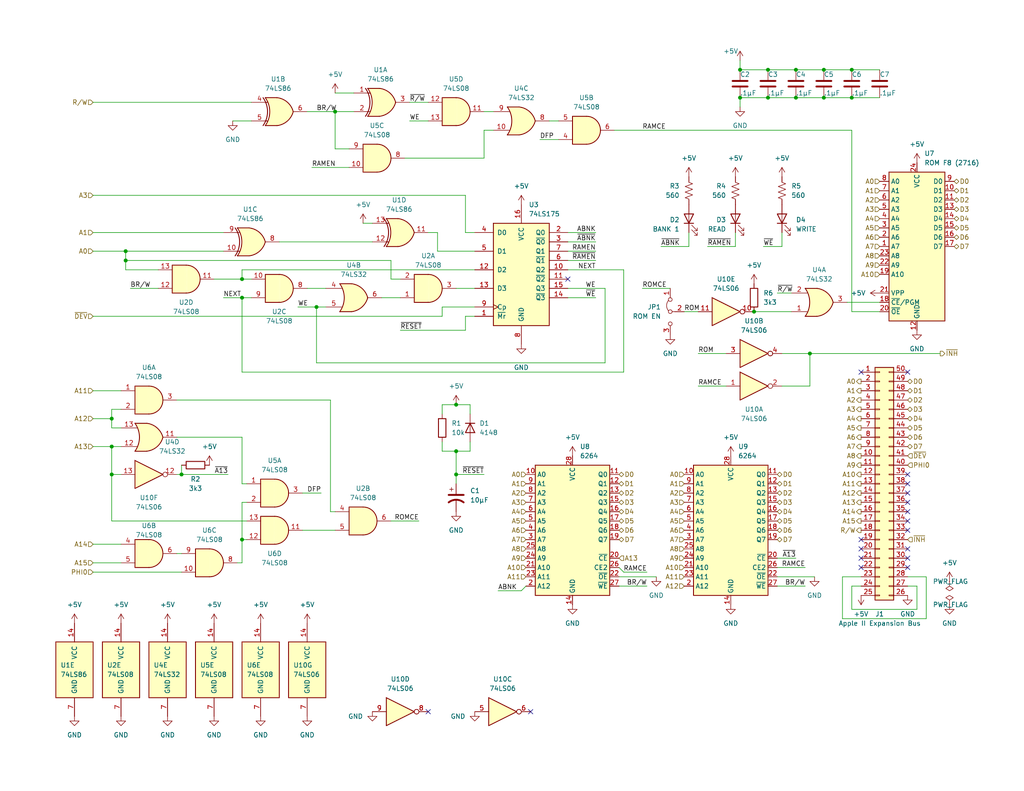
<source format=kicad_sch>
(kicad_sch (version 20211123) (generator eeschema)
  (paper "USLetter")
  (title_block (rev "1"))
  (junction (at 66.04 76.2))
  (junction (at 232.41 26.67))
  (junction (at 30.48 129.54))
  (junction (at 220.98 96.52))
  (junction (at 86.36 83.82))
  (junction (at 209.55 19.05))
  (junction (at 224.79 19.05))
  (junction (at 124.46 110.49))
  (junction (at 34.29 71.12))
  (junction (at 49.53 129.54))
  (junction (at 34.29 68.58))
  (junction (at 224.79 26.67))
  (junction (at 217.17 19.05))
  (junction (at 124.46 129.54))
  (junction (at 201.93 19.05))
  (junction (at 232.41 19.05))
  (junction (at 124.46 123.19))
  (junction (at 201.93 26.67))
  (junction (at 66.04 81.28))
  (junction (at 205.74 85.09))
  (junction (at 217.17 26.67))
  (junction (at 30.48 121.92))
  (junction (at 30.48 114.3))
  (junction (at 91.44 30.48))
  (junction (at 209.55 26.67))
  (junction (at 66.04 147.32))
  (no_connect (at 247.65 152.4))
  (no_connect (at 247.65 129.54))
  (no_connect (at 247.65 132.08))
  (no_connect (at 234.95 149.86))
  (no_connect (at 154.94 76.2))
  (no_connect (at 247.65 154.94))
  (no_connect (at 247.65 139.7))
  (no_connect (at 247.65 134.62))
  (no_connect (at 247.65 144.78))
  (no_connect (at 234.95 152.4))
  (no_connect (at 247.65 142.24))
  (no_connect (at 144.78 194.31))
  (no_connect (at 116.84 194.31))
  (no_connect (at 234.95 101.6))
  (no_connect (at 234.95 154.94))
  (no_connect (at 234.95 147.32))
  (no_connect (at 247.65 101.6))
  (no_connect (at 247.65 137.16))
  (no_connect (at 247.65 149.86))
  (wire (pts (xy 167.64 35.56) (xy 232.41 35.56)))
  (wire (pts (xy 25.4 156.21) (xy 49.53 156.21)))
  (wire (pts (xy 224.79 26.67) (xy 217.17 26.67)))
  (wire (pts (xy 170.18 156.21) (xy 176.53 156.21)))
  (wire (pts (xy 49.53 127) (xy 49.53 129.54)))
  (wire (pts (xy 154.94 73.66) (xy 170.18 73.66)))
  (wire (pts (xy 90.17 139.7) (xy 91.44 139.7)))
  (wire (pts (xy 147.32 38.1) (xy 152.4 38.1)))
  (wire (pts (xy 109.22 76.2) (xy 106.68 76.2)))
  (wire (pts (xy 247.65 157.48) (xy 252.73 157.48)))
  (wire (pts (xy 252.73 168.91) (xy 229.87 168.91)))
  (wire (pts (xy 232.41 160.02) (xy 232.41 166.37)))
  (wire (pts (xy 66.04 101.6) (xy 170.18 101.6)))
  (wire (pts (xy 120.65 83.82) (xy 120.65 86.36)))
  (wire (pts (xy 209.55 26.67) (xy 201.93 26.67)))
  (wire (pts (xy 104.14 81.28) (xy 109.22 81.28)))
  (wire (pts (xy 154.94 78.74) (xy 165.1 78.74)))
  (wire (pts (xy 25.4 114.3) (xy 30.48 114.3)))
  (wire (pts (xy 106.68 76.2) (xy 106.68 71.12)))
  (wire (pts (xy 127 86.36) (xy 129.54 86.36)))
  (wire (pts (xy 30.48 116.84) (xy 33.02 116.84)))
  (wire (pts (xy 34.29 68.58) (xy 34.29 71.12)))
  (wire (pts (xy 142.24 161.29) (xy 143.51 160.02)))
  (wire (pts (xy 68.58 81.28) (xy 66.04 81.28)))
  (wire (pts (xy 58.42 76.2) (xy 66.04 76.2)))
  (wire (pts (xy 190.5 105.41) (xy 198.12 105.41)))
  (wire (pts (xy 201.93 16.51) (xy 201.93 19.05)))
  (wire (pts (xy 224.79 19.05) (xy 217.17 19.05)))
  (wire (pts (xy 91.44 25.4) (xy 96.52 25.4)))
  (wire (pts (xy 124.46 78.74) (xy 129.54 78.74)))
  (wire (pts (xy 86.36 83.82) (xy 86.36 99.06)))
  (wire (pts (xy 232.41 26.67) (xy 240.03 26.67)))
  (wire (pts (xy 217.17 152.4) (xy 212.09 152.4)))
  (wire (pts (xy 170.18 156.21) (xy 168.91 154.94)))
  (wire (pts (xy 48.26 109.22) (xy 90.17 109.22)))
  (wire (pts (xy 232.41 160.02) (xy 234.95 160.02)))
  (wire (pts (xy 256.54 96.52) (xy 220.98 96.52)))
  (wire (pts (xy 232.41 19.05) (xy 224.79 19.05)))
  (wire (pts (xy 114.3 142.24) (xy 106.68 142.24)))
  (wire (pts (xy 120.65 120.65) (xy 120.65 123.19)))
  (wire (pts (xy 30.48 114.3) (xy 30.48 116.84)))
  (wire (pts (xy 127 86.36) (xy 127 90.17)))
  (wire (pts (xy 30.48 121.92) (xy 30.48 129.54)))
  (wire (pts (xy 232.41 26.67) (xy 224.79 26.67)))
  (wire (pts (xy 66.04 81.28) (xy 66.04 101.6)))
  (wire (pts (xy 232.41 19.05) (xy 240.03 19.05)))
  (wire (pts (xy 83.82 78.74) (xy 88.9 78.74)))
  (wire (pts (xy 30.48 111.76) (xy 33.02 111.76)))
  (wire (pts (xy 66.04 81.28) (xy 60.96 81.28)))
  (wire (pts (xy 252.73 157.48) (xy 252.73 168.91)))
  (wire (pts (xy 186.69 85.09) (xy 190.5 85.09)))
  (wire (pts (xy 63.5 33.02) (xy 68.58 33.02)))
  (wire (pts (xy 165.1 78.74) (xy 165.1 99.06)))
  (wire (pts (xy 190.5 96.52) (xy 198.12 96.52)))
  (wire (pts (xy 154.94 71.12) (xy 162.56 71.12)))
  (wire (pts (xy 91.44 30.48) (xy 83.82 30.48)))
  (wire (pts (xy 85.09 45.72) (xy 95.25 45.72)))
  (wire (pts (xy 124.46 129.54) (xy 124.46 132.08)))
  (wire (pts (xy 209.55 26.67) (xy 217.17 26.67)))
  (wire (pts (xy 201.93 26.67) (xy 201.93 29.21)))
  (wire (pts (xy 25.4 68.58) (xy 34.29 68.58)))
  (wire (pts (xy 229.87 168.91) (xy 229.87 157.48)))
  (wire (pts (xy 76.2 66.04) (xy 101.6 66.04)))
  (wire (pts (xy 116.84 27.94) (xy 111.76 27.94)))
  (wire (pts (xy 48.26 151.13) (xy 49.53 151.13)))
  (wire (pts (xy 128.27 123.19) (xy 124.46 123.19)))
  (wire (pts (xy 25.4 153.67) (xy 33.02 153.67)))
  (wire (pts (xy 106.68 71.12) (xy 34.29 71.12)))
  (wire (pts (xy 96.52 30.48) (xy 91.44 30.48)))
  (wire (pts (xy 205.74 85.09) (xy 215.9 85.09)))
  (wire (pts (xy 120.65 86.36) (xy 25.4 86.36)))
  (wire (pts (xy 30.48 129.54) (xy 33.02 129.54)))
  (wire (pts (xy 91.44 40.64) (xy 91.44 30.48)))
  (wire (pts (xy 34.29 71.12) (xy 34.29 73.66)))
  (wire (pts (xy 250.19 160.02) (xy 247.65 160.02)))
  (wire (pts (xy 48.26 119.38) (xy 66.04 119.38)))
  (wire (pts (xy 81.28 83.82) (xy 86.36 83.82)))
  (wire (pts (xy 213.36 105.41) (xy 220.98 105.41)))
  (wire (pts (xy 25.4 106.68) (xy 33.02 106.68)))
  (wire (pts (xy 187.96 67.31) (xy 180.34 67.31)))
  (wire (pts (xy 30.48 114.3) (xy 30.48 111.76)))
  (wire (pts (xy 219.71 154.94) (xy 212.09 154.94)))
  (wire (pts (xy 154.94 63.5) (xy 162.56 63.5)))
  (wire (pts (xy 127 90.17) (xy 109.22 90.17)))
  (wire (pts (xy 90.17 109.22) (xy 90.17 139.7)))
  (wire (pts (xy 67.31 137.16) (xy 66.04 137.16)))
  (wire (pts (xy 30.48 121.92) (xy 33.02 121.92)))
  (wire (pts (xy 66.04 132.08) (xy 67.31 132.08)))
  (wire (pts (xy 187.96 67.31) (xy 187.96 63.5)))
  (wire (pts (xy 220.98 96.52) (xy 213.36 96.52)))
  (wire (pts (xy 99.06 60.96) (xy 101.6 60.96)))
  (wire (pts (xy 132.08 129.54) (xy 124.46 129.54)))
  (wire (pts (xy 162.56 66.04) (xy 154.94 66.04)))
  (wire (pts (xy 179.07 157.48) (xy 168.91 157.48)))
  (wire (pts (xy 95.25 40.64) (xy 91.44 40.64)))
  (wire (pts (xy 124.46 110.49) (xy 120.65 110.49)))
  (wire (pts (xy 119.38 63.5) (xy 116.84 63.5)))
  (wire (pts (xy 152.4 33.02) (xy 149.86 33.02)))
  (wire (pts (xy 49.53 129.54) (xy 48.26 129.54)))
  (wire (pts (xy 43.18 73.66) (xy 34.29 73.66)))
  (wire (pts (xy 175.26 78.74) (xy 182.88 78.74)))
  (wire (pts (xy 132.08 43.18) (xy 132.08 35.56)))
  (wire (pts (xy 232.41 166.37) (xy 250.19 166.37)))
  (wire (pts (xy 128.27 123.19) (xy 128.27 120.65)))
  (wire (pts (xy 25.4 121.92) (xy 30.48 121.92)))
  (wire (pts (xy 66.04 76.2) (xy 66.04 73.66)))
  (wire (pts (xy 30.48 142.24) (xy 67.31 142.24)))
  (wire (pts (xy 88.9 83.82) (xy 86.36 83.82)))
  (wire (pts (xy 91.44 144.78) (xy 82.55 144.78)))
  (wire (pts (xy 62.23 129.54) (xy 49.53 129.54)))
  (wire (pts (xy 220.98 105.41) (xy 220.98 96.52)))
  (wire (pts (xy 200.66 67.31) (xy 200.66 63.5)))
  (wire (pts (xy 201.93 19.05) (xy 209.55 19.05)))
  (wire (pts (xy 193.04 67.31) (xy 200.66 67.31)))
  (wire (pts (xy 176.53 160.02) (xy 168.91 160.02)))
  (wire (pts (xy 34.29 68.58) (xy 60.96 68.58)))
  (wire (pts (xy 86.36 99.06) (xy 165.1 99.06)))
  (wire (pts (xy 87.63 134.62) (xy 82.55 134.62)))
  (wire (pts (xy 66.04 137.16) (xy 66.04 147.32)))
  (wire (pts (xy 231.14 82.55) (xy 240.03 82.55)))
  (wire (pts (xy 162.56 68.58) (xy 154.94 68.58)))
  (wire (pts (xy 135.89 161.29) (xy 142.24 161.29)))
  (wire (pts (xy 154.94 81.28) (xy 162.56 81.28)))
  (wire (pts (xy 129.54 83.82) (xy 120.65 83.82)))
  (wire (pts (xy 25.4 27.94) (xy 68.58 27.94)))
  (wire (pts (xy 119.38 63.5) (xy 119.38 68.58)))
  (wire (pts (xy 134.62 30.48) (xy 132.08 30.48)))
  (wire (pts (xy 119.38 68.58) (xy 129.54 68.58)))
  (wire (pts (xy 127 53.34) (xy 127 63.5)))
  (wire (pts (xy 209.55 19.05) (xy 217.17 19.05)))
  (wire (pts (xy 232.41 35.56) (xy 232.41 85.09)))
  (wire (pts (xy 212.09 80.01) (xy 215.9 80.01)))
  (wire (pts (xy 222.25 157.48) (xy 212.09 157.48)))
  (wire (pts (xy 66.04 73.66) (xy 129.54 73.66)))
  (wire (pts (xy 66.04 153.67) (xy 64.77 153.67)))
  (wire (pts (xy 229.87 157.48) (xy 234.95 157.48)))
  (wire (pts (xy 120.65 123.19) (xy 124.46 123.19)))
  (wire (pts (xy 219.71 160.02) (xy 212.09 160.02)))
  (wire (pts (xy 35.56 78.74) (xy 43.18 78.74)))
  (wire (pts (xy 232.41 85.09) (xy 240.03 85.09)))
  (wire (pts (xy 66.04 76.2) (xy 68.58 76.2)))
  (wire (pts (xy 30.48 129.54) (xy 30.48 142.24)))
  (wire (pts (xy 110.49 43.18) (xy 132.08 43.18)))
  (wire (pts (xy 170.18 73.66) (xy 170.18 101.6)))
  (wire (pts (xy 120.65 110.49) (xy 120.65 113.03)))
  (wire (pts (xy 128.27 110.49) (xy 124.46 110.49)))
  (wire (pts (xy 128.27 113.03) (xy 128.27 110.49)))
  (wire (pts (xy 124.46 123.19) (xy 124.46 129.54)))
  (wire (pts (xy 25.4 148.59) (xy 33.02 148.59)))
  (wire (pts (xy 111.76 33.02) (xy 116.84 33.02)))
  (wire (pts (xy 66.04 119.38) (xy 66.04 132.08)))
  (wire (pts (xy 25.4 53.34) (xy 127 53.34)))
  (wire (pts (xy 127 63.5) (xy 129.54 63.5)))
  (wire (pts (xy 208.28 67.31) (xy 213.36 67.31)))
  (wire (pts (xy 250.19 166.37) (xy 250.19 160.02)))
  (wire (pts (xy 25.4 63.5) (xy 60.96 63.5)))
  (wire (pts (xy 213.36 67.31) (xy 213.36 63.5)))
  (wire (pts (xy 67.31 147.32) (xy 66.04 147.32)))
  (wire (pts (xy 66.04 147.32) (xy 66.04 153.67)))
  (wire (pts (xy 132.08 35.56) (xy 134.62 35.56)))
  (label "~{WE}" (at 208.28 67.31 0))
  (label "~{ABNK}" (at 162.56 66.04 180))
  (label "ABNK" (at 135.89 161.29 0))
  (label "~{A13}" (at 62.23 129.54 180))
  (label "DFP" (at 147.32 38.1 0))
  (label "NEXT" (at 162.56 73.66 180))
  (label "~{R{slash}W}" (at 212.09 80.01 0))
  (label "RAMCE" (at 190.5 105.41 0))
  (label "ROMCE" (at 114.3 142.24 180))
  (label "~{RAMEN}" (at 193.04 67.31 0))
  (label "~{ABNK}" (at 180.34 67.31 0))
  (label "RAMCE" (at 176.53 156.21 180))
  (label "~{RESET}" (at 132.08 129.54 180))
  (label "WE" (at 81.28 83.82 0))
  (label "BR{slash}W" (at 86.36 30.48 0))
  (label "BR{slash}W" (at 176.53 160.02 180))
  (label "~{WE}" (at 162.56 81.28 180))
  (label "WE" (at 162.56 78.74 180))
  (label "BR{slash}W" (at 35.56 78.74 0))
  (label "RAMEN" (at 85.09 45.72 0))
  (label "~{RAMEN}" (at 162.56 71.12 180))
  (label "ROMCE" (at 175.26 78.74 0))
  (label "RAMEN" (at 162.56 68.58 180))
  (label "DFP" (at 87.63 134.62 180))
  (label "ROM" (at 186.69 85.09 0))
  (label "WE" (at 111.76 33.02 0))
  (label "RAMCE" (at 219.71 154.94 180))
  (label "RAMCE" (at 175.26 35.56 0))
  (label "ROM" (at 190.5 96.52 0))
  (label "~{RESET}" (at 109.22 90.17 0))
  (label "ABNK" (at 162.56 63.5 180))
  (label "NEXT" (at 60.96 81.28 0))
  (label "~{A13}" (at 217.17 152.4 180))
  (label "~{R{slash}W}" (at 111.76 27.94 0))
  (label "BR{slash}W" (at 219.71 160.02 180))
  (hierarchical_label "A4" (shape output) (at 234.95 114.3 180))
  (hierarchical_label "A6" (shape output) (at 234.95 119.38 180))
  (hierarchical_label "A10" (shape input) (at 186.69 154.94 180))
  (hierarchical_label "A15" (shape output) (at 234.95 142.24 180))
  (hierarchical_label "A1" (shape input) (at 143.51 132.08 180))
  (hierarchical_label "A0" (shape input) (at 143.51 129.54 180))
  (hierarchical_label "D5" (shape tri_state) (at 247.65 116.84 0))
  (hierarchical_label "A2" (shape input) (at 240.03 54.61 180))
  (hierarchical_label "A4" (shape input) (at 240.03 59.69 180))
  (hierarchical_label "A2" (shape input) (at 143.51 134.62 180))
  (hierarchical_label "D1" (shape tri_state) (at 247.65 106.68 0))
  (hierarchical_label "A5" (shape output) (at 234.95 116.84 180))
  (hierarchical_label "D2" (shape tri_state) (at 212.09 134.62 0))
  (hierarchical_label "D3" (shape tri_state) (at 260.35 57.15 0))
  (hierarchical_label "A0" (shape input) (at 25.4 68.58 180))
  (hierarchical_label "A14" (shape output) (at 234.95 139.7 180))
  (hierarchical_label "A9" (shape input) (at 240.03 72.39 180))
  (hierarchical_label "A15" (shape input) (at 25.4 153.67 180))
  (hierarchical_label "A1" (shape input) (at 186.69 132.08 180))
  (hierarchical_label "A7" (shape output) (at 234.95 121.92 180))
  (hierarchical_label "A2" (shape output) (at 234.95 109.22 180))
  (hierarchical_label "D1" (shape tri_state) (at 168.91 132.08 0))
  (hierarchical_label "A13" (shape input) (at 25.4 121.92 180))
  (hierarchical_label "A13" (shape input) (at 168.91 152.4 0))
  (hierarchical_label "A8" (shape input) (at 240.03 69.85 180))
  (hierarchical_label "A3" (shape input) (at 240.03 57.15 180))
  (hierarchical_label "A4" (shape input) (at 143.51 139.7 180))
  (hierarchical_label "A9" (shape input) (at 186.69 152.4 180))
  (hierarchical_label "A10" (shape output) (at 234.95 129.54 180))
  (hierarchical_label "A9" (shape output) (at 234.95 127 180))
  (hierarchical_label "A12" (shape output) (at 234.95 134.62 180))
  (hierarchical_label "A1" (shape output) (at 234.95 106.68 180))
  (hierarchical_label "A0" (shape input) (at 186.69 129.54 180))
  (hierarchical_label "D2" (shape tri_state) (at 260.35 54.61 0))
  (hierarchical_label "D6" (shape tri_state) (at 260.35 64.77 0))
  (hierarchical_label "A1" (shape input) (at 25.4 63.5 180))
  (hierarchical_label "D4" (shape tri_state) (at 168.91 139.7 0))
  (hierarchical_label "A8" (shape input) (at 143.51 149.86 180))
  (hierarchical_label "A3" (shape output) (at 234.95 111.76 180))
  (hierarchical_label "D4" (shape tri_state) (at 260.35 59.69 0))
  (hierarchical_label "A3" (shape input) (at 143.51 137.16 180))
  (hierarchical_label "D7" (shape tri_state) (at 247.65 121.92 0))
  (hierarchical_label "A10" (shape input) (at 240.03 74.93 180))
  (hierarchical_label "D2" (shape tri_state) (at 168.91 134.62 0))
  (hierarchical_label "A0" (shape output) (at 234.95 104.14 180))
  (hierarchical_label "A9" (shape input) (at 143.51 152.4 180))
  (hierarchical_label "D0" (shape tri_state) (at 212.09 129.54 0))
  (hierarchical_label "A5" (shape input) (at 186.69 142.24 180))
  (hierarchical_label "D5" (shape tri_state) (at 260.35 62.23 0))
  (hierarchical_label "A11" (shape input) (at 25.4 106.68 180))
  (hierarchical_label "~{DEV}" (shape input) (at 25.4 86.36 180))
  (hierarchical_label "D7" (shape tri_state) (at 260.35 67.31 0))
  (hierarchical_label "A14" (shape input) (at 25.4 148.59 180))
  (hierarchical_label "A7" (shape input) (at 240.03 67.31 180))
  (hierarchical_label "D1" (shape tri_state) (at 212.09 132.08 0))
  (hierarchical_label "~{INH}" (shape input) (at 247.65 147.32 0))
  (hierarchical_label "D3" (shape tri_state) (at 168.91 137.16 0))
  (hierarchical_label "A2" (shape input) (at 186.69 134.62 180))
  (hierarchical_label "A10" (shape input) (at 143.51 154.94 180))
  (hierarchical_label "D6" (shape tri_state) (at 168.91 144.78 0))
  (hierarchical_label "A0" (shape input) (at 240.03 49.53 180))
  (hierarchical_label "A5" (shape input) (at 143.51 142.24 180))
  (hierarchical_label "D0" (shape tri_state) (at 168.91 129.54 0))
  (hierarchical_label "A12" (shape input) (at 186.69 160.02 180))
  (hierarchical_label "A1" (shape input) (at 240.03 52.07 180))
  (hierarchical_label "D5" (shape tri_state) (at 168.91 142.24 0))
  (hierarchical_label "A13" (shape output) (at 234.95 137.16 180))
  (hierarchical_label "A5" (shape input) (at 240.03 62.23 180))
  (hierarchical_label "D7" (shape tri_state) (at 168.91 147.32 0))
  (hierarchical_label "D4" (shape tri_state) (at 247.65 114.3 0))
  (hierarchical_label "D3" (shape tri_state) (at 212.09 137.16 0))
  (hierarchical_label "A11" (shape input) (at 143.51 157.48 180))
  (hierarchical_label "D6" (shape tri_state) (at 212.09 144.78 0))
  (hierarchical_label "~{DEV}" (shape input) (at 247.65 124.46 0))
  (hierarchical_label "D4" (shape tri_state) (at 212.09 139.7 0))
  (hierarchical_label "A3" (shape input) (at 25.4 53.34 180))
  (hierarchical_label "A11" (shape output) (at 234.95 132.08 180))
  (hierarchical_label "~{INH}" (shape output) (at 256.54 96.52 0))
  (hierarchical_label "R{slash}W" (shape input) (at 25.4 27.94 180))
  (hierarchical_label "PHI0" (shape input) (at 247.65 127 0))
  (hierarchical_label "D0" (shape tri_state) (at 247.65 104.14 0))
  (hierarchical_label "A7" (shape input) (at 143.51 147.32 180))
  (hierarchical_label "D1" (shape tri_state) (at 260.35 52.07 0))
  (hierarchical_label "A6" (shape input) (at 240.03 64.77 180))
  (hierarchical_label "A8" (shape input) (at 186.69 149.86 180))
  (hierarchical_label "D6" (shape tri_state) (at 247.65 119.38 0))
  (hierarchical_label "R{slash}W" (shape output) (at 234.95 144.78 180))
  (hierarchical_label "D7" (shape tri_state) (at 212.09 147.32 0))
  (hierarchical_label "D3" (shape tri_state) (at 247.65 111.76 0))
  (hierarchical_label "A12" (shape input) (at 25.4 114.3 180))
  (hierarchical_label "A4" (shape input) (at 186.69 139.7 180))
  (hierarchical_label "A6" (shape input) (at 143.51 144.78 180))
  (hierarchical_label "PHI0" (shape input) (at 25.4 156.21 180))
  (hierarchical_label "D0" (shape tri_state) (at 260.35 49.53 0))
  (hierarchical_label "A3" (shape input) (at 186.69 137.16 180))
  (hierarchical_label "A8" (shape output) (at 234.95 124.46 180))
  (hierarchical_label "A6" (shape input) (at 186.69 144.78 180))
  (hierarchical_label "D2" (shape tri_state) (at 247.65 109.22 0))
  (hierarchical_label "A11" (shape input) (at 186.69 157.48 180))
  (hierarchical_label "A7" (shape input) (at 186.69 147.32 180))
  (hierarchical_label "D5" (shape tri_state) (at 212.09 142.24 0))
  (symbol (lib_id "power:+5V") (at 45.72 170.18 0) (unit 1)
    (property "Reference" "#PWR0106" (effects hide))
    (property "Value" "+5V" (at 45.72 165.1 0))
  )
  (symbol (lib_id "74xx:74LS06") (at 205.74 105.41 0) (unit 1)
    (property "Reference" "U10" (at 205.74 111.76 0))
    (property "Value" "74LS06" (at 205.74 114.3 0))
    (property "Footprint" "Package_DIP:DIP-14_W7.62mm" (effects hide))
    (property "Datasheet" "http://www.ti.com/lit/gpn/sn74LS06" (effects hide))
  )
  (symbol (lib_id "power:+5V") (at 57.15 127 0) (unit 1)
    (property "Reference" "#PWR06" (effects hide))
    (property "Value" "+5V" (at 57.15 121.92 0))
  )
  (symbol (lib_id "74xx:74LS86") (at 76.2 30.48 0) (unit 2)
    (property "Reference" "U1" (at 75.8952 21.59 0))
    (property "Value" "74LS86" (at 75.8952 24.13 0))
    (property "Footprint" "Package_DIP:DIP-14_W7.62mm" (effects hide))
    (property "Datasheet" "74xx/74ls86.pdf" (effects hide))
  )
  (symbol (lib_name "2716_1") (lib_id "MyEprom:2716") (at 250.19 67.31 0) (unit 1)
    (property "Reference" "U7" (at 252.2094 41.91 0) (effects (justify left)))
    (property "Value" "ROM F8 (2716)" (at 252.2094 44.45 0) (effects (justify left)))
    (property "Footprint" "Package_DIP:DIP-24_W15.24mm" (effects hide))
    (property "Datasheet" "https://www.jameco.com/Jameco/Products/ProdDS/40002Intel.pdf" (effects hide))
  )
  (symbol (lib_id "power:+5V") (at 58.42 170.18 0) (unit 1)
    (property "Reference" "#PWR0105" (effects hide))
    (property "Value" "+5V" (at 58.42 165.1 0))
  )
  (symbol (lib_id "power:GND") (at 179.07 157.48 0) (unit 1)
    (property "Reference" "#PWR029" (effects hide))
    (property "Value" "GND" (at 179.07 162.56 0))
  )
  (symbol (lib_id "power:+5V") (at 99.06 60.96 0) (mirror y) (unit 1)
    (property "Reference" "#PWR014" (effects hide))
    (property "Value" "+5V" (at 99.06 55.88 0))
  )
  (symbol (lib_id "74xx:74LS86") (at 20.32 182.88 0) (mirror y) (unit 5)
    (property "Reference" "U1" (at 16.51 181.61 0) (effects (justify right)))
    (property "Value" "74LS86" (at 16.51 184.15 0) (effects (justify right)))
    (property "Footprint" "Package_DIP:DIP-14_W7.62mm" (effects hide))
    (property "Datasheet" "74xx/74ls86.pdf" (effects hide))
  )
  (symbol (lib_id "74xx:74LS08") (at 33.02 182.88 0) (unit 5)
    (property "Reference" "U2" (at 29.21 181.61 0) (effects (justify left)))
    (property "Value" "74LS08" (at 29.21 184.15 0) (effects (justify left)))
    (property "Footprint" "Package_DIP:DIP-14_W7.62mm" (effects hide))
    (property "Datasheet" "http://www.ti.com/lit/gpn/sn74LS08" (effects hide))
  )
  (symbol (lib_id "Device:R_US") (at 213.36 52.07 180) (unit 1)
    (property "Reference" "R5" (at 215.9 50.7999 0) (effects (justify right)))
    (property "Value" "560" (at 215.9 53.3399 0) (effects (justify right)))
    (property "Footprint" "Resistor_THT:R_Axial_DIN0207_L6.3mm_D2.5mm_P10.16mm_Horizontal" (effects hide))
  )
  (symbol (lib_id "power:+5V") (at 205.74 77.47 0) (unit 1)
    (property "Reference" "#PWR019" (effects hide))
    (property "Value" "+5V" (at 205.74 72.39 0))
  )
  (symbol (lib_id "74xx:74LS06") (at 83.82 182.88 0) (unit 7)
    (property "Reference" "U10" (at 80.01 181.61 0) (effects (justify left)))
    (property "Value" "74LS06" (at 80.01 184.15 0) (effects (justify left)))
    (property "Footprint" "Package_DIP:DIP-14_W7.62mm" (effects hide))
    (property "Datasheet" "http://www.ti.com/lit/gpn/sn74LS06" (effects hide))
  )
  (symbol (lib_id "power:GND") (at 250.19 90.17 0) (mirror y) (unit 1)
    (property "Reference" "#PWR022" (effects hide))
    (property "Value" "GND" (at 250.19 95.25 0))
  )
  (symbol (lib_id "power:+5V") (at 200.66 48.26 0) (unit 1)
    (property "Reference" "#PWR01" (effects hide))
    (property "Value" "+5V" (at 200.66 43.18 0))
  )
  (symbol (lib_id "power:+5V") (at 33.02 170.18 0) (unit 1)
    (property "Reference" "#PWR0115" (effects hide))
    (property "Value" "+5V" (at 33.02 165.1 0))
  )
  (symbol (lib_id "MyRam:6264") (at 199.39 147.32 0) (unit 1)
    (property "Reference" "U9" (at 201.4094 121.92 0) (effects (justify left)))
    (property "Value" "6264" (at 201.4094 124.46 0) (effects (justify left)))
    (property "Footprint" "Package_DIP:DIP-28_W7.62mm" (effects hide))
  )
  (symbol (lib_id "Device:C") (at 224.79 22.86 0) (mirror y) (unit 1)
    (property "Reference" "C5" (at 224.79 20.32 0) (effects (justify right)))
    (property "Value" ".1μF" (at 224.79 25.4 0) (effects (justify right)))
    (property "Footprint" "Capacitor_THT:C_Rect_L7.0mm_W2.0mm_P5.00mm" (effects hide))
  )
  (symbol (lib_id "Device:R_US") (at 187.96 52.07 180) (unit 1)
    (property "Reference" "R3" (at 185.42 50.7999 0) (effects (justify left)))
    (property "Value" "560" (at 185.42 53.3399 0) (effects (justify left)))
    (property "Footprint" "Resistor_THT:R_Axial_DIN0207_L6.3mm_D2.5mm_P10.16mm_Horizontal" (effects hide))
  )
  (symbol (lib_id "74xx:74LS08") (at 102.87 43.18 0) (unit 3)
    (property "Reference" "U5" (at 102.87 34.29 0))
    (property "Value" "74LS08" (at 102.87 36.83 0))
    (property "Footprint" "Package_DIP:DIP-14_W7.62mm" (effects hide))
    (property "Datasheet" "http://www.ti.com/lit/gpn/sn74LS08" (effects hide))
  )
  (symbol (lib_id "power:GND") (at 201.93 29.21 0) (mirror y) (unit 1)
    (property "Reference" "#PWR07" (effects hide))
    (property "Value" "GND" (at 201.93 34.29 0))
  )
  (symbol (lib_id "power:+5V") (at 20.32 170.18 0) (unit 1)
    (property "Reference" "#PWR0116" (effects hide))
    (property "Value" "+5V" (at 20.32 165.1 0))
  )
  (symbol (lib_id "power:+5V") (at 213.36 48.26 0) (unit 1)
    (property "Reference" "#PWR02" (effects hide))
    (property "Value" "+5V" (at 213.36 43.18 0))
  )
  (symbol (lib_id "power:GND") (at 33.02 195.58 0) (unit 1)
    (property "Reference" "#PWR0114" (effects hide))
    (property "Value" "GND" (at 33.02 200.66 0))
  )
  (symbol (lib_id "74xx:74LS32") (at 223.52 82.55 0) (mirror x) (unit 1)
    (property "Reference" "U4" (at 223.52 73.66 0))
    (property "Value" "74LS32" (at 223.52 76.2 0))
    (property "Footprint" "Package_DIP:DIP-14_W7.62mm" (effects hide))
    (property "Datasheet" "http://www.ti.com/lit/gpn/sn74LS32" (effects hide))
  )
  (symbol (lib_id "Device:LED") (at 187.96 59.69 90) (unit 1)
    (property "Reference" "D2" (at 185.42 60.0074 90) (effects (justify left)))
    (property "Value" "BANK 1" (at 185.42 62.5474 90) (effects (justify left)))
    (property "Footprint" "LED_THT:LED_D5.0mm" (effects hide))
  )
  (symbol (lib_id "power:+5V") (at 199.39 124.46 0) (unit 1)
    (property "Reference" "#PWR025" (effects hide))
    (property "Value" "+5V" (at 199.39 119.38 0))
  )
  (symbol (lib_id "Connector_Generic:Conn_02x25_Counter_Clockwise") (at 240.03 132.08 0) (unit 1)
    (property "Reference" "J1" (at 240.03 167.64 0))
    (property "Value" "Apple II Expansion Bus" (at 240.03 170.18 0))
    (property "Footprint" "Apple2:Apple II Expansion Edge Connector" (effects hide))
  )
  (symbol (lib_id "power:+5V") (at 71.12 170.18 0) (unit 1)
    (property "Reference" "#PWR0110" (effects hide))
    (property "Value" "+5V" (at 71.12 165.1 0))
  )
  (symbol (lib_id "power:PWR_FLAG") (at 259.08 165.1 0) (mirror y) (unit 1)
    (property "Reference" "#FLG0101" (effects hide))
    (property "Value" "PWR_FLAG" (at 264.16 165.1 0) (effects (justify left)))
  )
  (symbol (lib_id "power:GND") (at 129.54 194.31 0) (unit 1)
    (property "Reference" "#PWR031" (effects hide))
    (property "Value" "GND" (at 127 195.5799 0) (effects (justify right)))
  )
  (symbol (lib_id "74xx:74LS06") (at 40.64 129.54 0) (unit 6)
    (property "Reference" "U10" (at 40.64 135.89 0))
    (property "Value" "74LS06" (at 40.64 138.43 0))
    (property "Footprint" "Package_DIP:DIP-14_W7.62mm" (effects hide))
    (property "Datasheet" "http://www.ti.com/lit/gpn/sn74LS06" (effects hide))
  )
  (symbol (lib_id "Device:LED") (at 200.66 59.69 90) (unit 1)
    (property "Reference" "D3" (at 198.12 60.0074 90) (effects (justify left)))
    (property "Value" "READ" (at 198.12 62.5474 90) (effects (justify left)))
    (property "Footprint" "LED_THT:LED_D5.0mm" (effects hide))
  )
  (symbol (lib_id "74xx:74LS08") (at 40.64 109.22 0) (unit 1)
    (property "Reference" "U6" (at 40.64 100.33 0))
    (property "Value" "74LS08" (at 40.64 102.87 0))
    (property "Footprint" "Package_DIP:DIP-14_W7.62mm" (effects hide))
    (property "Datasheet" "http://www.ti.com/lit/gpn/sn74LS08" (effects hide))
  )
  (symbol (lib_id "power:+5V") (at 187.96 48.26 0) (unit 1)
    (property "Reference" "#PWR08" (effects hide))
    (property "Value" "+5V" (at 187.96 43.18 0))
  )
  (symbol (lib_id "74xx:74LS08") (at 76.2 78.74 0) (mirror x) (unit 3)
    (property "Reference" "U2" (at 76.2 85.09 0))
    (property "Value" "74LS08" (at 76.2 87.63 0))
    (property "Footprint" "Package_DIP:DIP-14_W7.62mm" (effects hide))
    (property "Datasheet" "http://www.ti.com/lit/gpn/sn74LS08" (effects hide))
  )
  (symbol (lib_id "74xx:74LS08") (at 40.64 151.13 0) (unit 2)
    (property "Reference" "U6" (at 40.64 143.51 0))
    (property "Value" "74LS08" (at 40.64 146.05 0))
    (property "Footprint" "Package_DIP:DIP-14_W7.62mm" (effects hide))
    (property "Datasheet" "http://www.ti.com/lit/gpn/sn74LS08" (effects hide))
  )
  (symbol (lib_id "power:+5V") (at 250.19 44.45 0) (mirror y) (unit 1)
    (property "Reference" "#PWR024" (effects hide))
    (property "Value" "+5V" (at 250.19 39.37 0))
  )
  (symbol (lib_id "power:+5V") (at 234.95 162.56 180) (unit 1)
    (property "Reference" "#PWR03" (effects hide))
    (property "Value" "+5V" (at 234.95 167.64 0))
  )
  (symbol (lib_id "74xx:74LS06") (at 137.16 194.31 0) (unit 3)
    (property "Reference" "U10" (at 137.16 185.42 0))
    (property "Value" "74LS06" (at 137.16 187.96 0))
    (property "Footprint" "Package_DIP:DIP-14_W7.62mm" (effects hide))
    (property "Datasheet" "http://www.ti.com/lit/gpn/sn74LS06" (effects hide))
  )
  (symbol (lib_id "power:GND") (at 71.12 195.58 0) (unit 1)
    (property "Reference" "#PWR0109" (effects hide))
    (property "Value" "GND" (at 71.12 200.66 0))
  )
  (symbol (lib_id "power:GND") (at 63.5 33.02 0) (unit 1)
    (property "Reference" "#PWR013" (effects hide))
    (property "Value" "GND" (at 63.5 38.1 0))
  )
  (symbol (lib_id "Device:C") (at 217.17 22.86 0) (mirror y) (unit 1)
    (property "Reference" "C4" (at 217.17 20.32 0) (effects (justify right)))
    (property "Value" ".1μF" (at 217.17 25.4 0) (effects (justify right)))
    (property "Footprint" "Capacitor_THT:C_Rect_L7.0mm_W2.0mm_P5.00mm" (effects hide))
  )
  (symbol (lib_id "74xx:74LS86") (at 68.58 66.04 0) (unit 3)
    (property "Reference" "U1" (at 68.2752 57.15 0))
    (property "Value" "74LS86" (at 68.2752 59.69 0))
    (property "Footprint" "Package_DIP:DIP-14_W7.62mm" (effects hide))
    (property "Datasheet" "74xx/74ls86.pdf" (effects hide))
  )
  (symbol (lib_id "Device:C") (at 209.55 22.86 180) (unit 1)
    (property "Reference" "C3" (at 209.55 20.32 0) (effects (justify right)))
    (property "Value" ".1μF" (at 209.55 25.4 0) (effects (justify right)))
    (property "Footprint" "Capacitor_THT:C_Rect_L7.0mm_W2.0mm_P5.00mm" (effects hide))
  )
  (symbol (lib_id "power:GND") (at 101.6 194.31 0) (unit 1)
    (property "Reference" "#PWR032" (effects hide))
    (property "Value" "GND" (at 99.06 195.5799 0) (effects (justify right)))
  )
  (symbol (lib_id "74xx:74LS08") (at 50.8 76.2 0) (mirror x) (unit 4)
    (property "Reference" "U2" (at 50.8 82.55 0))
    (property "Value" "74LS08" (at 50.8 85.09 0))
    (property "Footprint" "Package_DIP:DIP-14_W7.62mm" (effects hide))
    (property "Datasheet" "http://www.ti.com/lit/gpn/sn74LS08" (effects hide))
  )
  (symbol (lib_id "power:GND") (at 222.25 157.48 0) (unit 1)
    (property "Reference" "#PWR030" (effects hide))
    (property "Value" "GND" (at 222.25 162.56 0))
  )
  (symbol (lib_id "Device:R") (at 120.65 116.84 0) (unit 1)
    (property "Reference" "R1" (at 123.19 115.5699 0) (effects (justify left)))
    (property "Value" "10k" (at 123.19 118.1099 0) (effects (justify left)))
    (property "Footprint" "Resistor_THT:R_Axial_DIN0207_L6.3mm_D2.5mm_P10.16mm_Horizontal" (effects hide))
  )
  (symbol (lib_id "Jumper:Jumper_3_Bridged12") (at 182.88 85.09 90) (mirror x) (unit 1)
    (property "Reference" "JP1" (at 180.34 83.8199 90) (effects (justify left)))
    (property "Value" "ROM EN" (at 180.34 86.3599 90) (effects (justify left)))
    (property "Footprint" "Connector_PinHeader_2.54mm:PinHeader_1x03_P2.54mm_Vertical" (effects hide))
  )
  (symbol (lib_id "power:+5V") (at 259.08 158.75 0) (mirror y) (unit 1)
    (property "Reference" "#PWR0101" (effects hide))
    (property "Value" "+5V" (at 259.08 153.67 0))
  )
  (symbol (lib_id "74xx:74LS08") (at 71.12 182.88 0) (unit 5)
    (property "Reference" "U6" (at 67.31 181.61 0) (effects (justify left)))
    (property "Value" "74LS08" (at 67.31 184.15 0) (effects (justify left)))
    (property "Footprint" "Package_DIP:DIP-14_W7.62mm" (effects hide))
    (property "Datasheet" "http://www.ti.com/lit/gpn/sn74LS08" (effects hide))
  )
  (symbol (lib_id "74xx:74LS86") (at 109.22 63.5 0) (mirror x) (unit 4)
    (property "Reference" "U1" (at 108.9152 54.61 0))
    (property "Value" "74LS86" (at 108.9152 57.15 0))
    (property "Footprint" "Package_DIP:DIP-14_W7.62mm" (effects hide))
    (property "Datasheet" "74xx/74ls86.pdf" (effects hide))
  )
  (symbol (lib_id "74xx:74LS32") (at 40.64 119.38 0) (mirror x) (unit 4)
    (property "Reference" "U4" (at 46.99 120.65 0))
    (property "Value" "74LS32" (at 46.99 123.19 0))
    (property "Footprint" "Package_DIP:DIP-14_W7.62mm" (effects hide))
    (property "Datasheet" "http://www.ti.com/lit/gpn/sn74LS32" (effects hide))
  )
  (symbol (lib_id "power:PWR_FLAG") (at 259.08 158.75 0) (mirror x) (unit 1)
    (property "Reference" "#FLG0102" (effects hide))
    (property "Value" "PWR_FLAG" (at 264.16 158.75 0) (effects (justify right)))
  )
  (symbol (lib_id "power:+5V") (at 156.21 124.46 0) (unit 1)
    (property "Reference" "#PWR016" (effects hide))
    (property "Value" "+5V" (at 156.21 119.38 0))
  )
  (symbol (lib_id "power:GND") (at 124.46 139.7 0) (unit 1)
    (property "Reference" "#PWR012" (effects hide))
    (property "Value" "GND" (at 124.46 144.78 0))
  )
  (symbol (lib_id "Device:C") (at 201.93 22.86 180) (unit 1)
    (property "Reference" "C2" (at 201.93 20.32 0) (effects (justify right)))
    (property "Value" ".1μF" (at 201.93 25.4 0) (effects (justify right)))
    (property "Footprint" "Capacitor_THT:C_Rect_L7.0mm_W2.0mm_P5.00mm" (effects hide))
  )
  (symbol (lib_id "power:GND") (at 83.82 195.58 0) (unit 1)
    (property "Reference" "#PWR021" (effects hide))
    (property "Value" "GND" (at 83.82 200.66 0))
  )
  (symbol (lib_id "power:GND") (at 247.65 162.56 0) (unit 1)
    (property "Reference" "#PWR04" (effects hide))
    (property "Value" "GND" (at 247.65 167.64 0))
  )
  (symbol (lib_id "74xx:74LS08") (at 160.02 35.56 0) (mirror x) (unit 2)
    (property "Reference" "U5" (at 160.02 26.67 0))
    (property "Value" "74LS08" (at 160.02 29.21 0))
    (property "Footprint" "Package_DIP:DIP-14_W7.62mm" (effects hide))
    (property "Datasheet" "http://www.ti.com/lit/gpn/sn74LS08" (effects hide))
  )
  (symbol (lib_id "74xx:74LS86") (at 104.14 27.94 0) (unit 1)
    (property "Reference" "U1" (at 103.8352 19.05 0))
    (property "Value" "74LS86" (at 103.8352 21.59 0))
    (property "Footprint" "Package_DIP:DIP-14_W7.62mm" (effects hide))
    (property "Datasheet" "74xx/74ls86.pdf" (effects hide))
  )
  (symbol (lib_id "power:GND") (at 20.32 195.58 0) (unit 1)
    (property "Reference" "#PWR0113" (effects hide))
    (property "Value" "GND" (at 20.32 200.66 0))
  )
  (symbol (lib_id "power:GND") (at 142.24 93.98 0) (unit 1)
    (property "Reference" "#PWR010" (effects hide))
    (property "Value" "GND" (at 142.24 100.33 0))
  )
  (symbol (lib_id "Device:R") (at 205.74 81.28 180) (unit 1)
    (property "Reference" "R6" (at 208.28 80.0099 0) (effects (justify right)))
    (property "Value" "3k3" (at 208.28 82.5499 0) (effects (justify right)))
    (property "Footprint" "Resistor_THT:R_Axial_DIN0207_L6.3mm_D2.5mm_P10.16mm_Horizontal" (effects hide))
  )
  (symbol (lib_id "power:GND") (at 199.39 165.1 0) (unit 1)
    (property "Reference" "#PWR027" (effects hide))
    (property "Value" "GND" (at 199.39 170.18 0))
  )
  (symbol (lib_id "74xx:74LS08") (at 74.93 144.78 0) (mirror x) (unit 4)
    (property "Reference" "U6" (at 74.93 151.13 0))
    (property "Value" "74LS08" (at 74.93 153.67 0))
    (property "Footprint" "Package_DIP:DIP-14_W7.62mm" (effects hide))
    (property "Datasheet" "http://www.ti.com/lit/gpn/sn74LS08" (effects hide))
  )
  (symbol (lib_id "74xx:74LS06") (at 198.12 85.09 0) (unit 5)
    (property "Reference" "U10" (at 198.12 76.2 0))
    (property "Value" "74LS06" (at 198.12 78.74 0))
    (property "Footprint" "Package_DIP:DIP-14_W7.62mm" (effects hide))
    (property "Datasheet" "http://www.ti.com/lit/gpn/sn74LS06" (effects hide))
  )
  (symbol (lib_id "74xx:74LS08") (at 99.06 142.24 0) (unit 2)
    (property "Reference" "U2" (at 99.06 133.35 0))
    (property "Value" "74LS08" (at 99.06 135.89 0))
    (property "Footprint" "Package_DIP:DIP-14_W7.62mm" (effects hide))
    (property "Datasheet" "http://www.ti.com/lit/gpn/sn74LS08" (effects hide))
  )
  (symbol (lib_id "power:GND") (at 45.72 195.58 0) (unit 1)
    (property "Reference" "#PWR0107" (effects hide))
    (property "Value" "GND" (at 45.72 200.66 0))
  )
  (symbol (lib_id "Device:C") (at 232.41 22.86 0) (mirror y) (unit 1)
    (property "Reference" "C6" (at 232.41 20.32 0) (effects (justify right)))
    (property "Value" ".1μF" (at 232.41 25.4 0) (effects (justify right)))
    (property "Footprint" "Capacitor_THT:C_Rect_L7.0mm_W2.0mm_P5.00mm" (effects hide))
  )
  (symbol (lib_id "Device:C_Polarized_US") (at 124.46 135.89 0) (unit 1)
    (property "Reference" "C1" (at 128.27 133.9849 0) (effects (justify left)))
    (property "Value" "10μF" (at 128.27 136.5249 0) (effects (justify left)))
    (property "Footprint" "Capacitor_THT:CP_Radial_D8.0mm_P5.00mm" (effects hide))
  )
  (symbol (lib_id "74xx:74LS08") (at 58.42 182.88 0) (unit 5)
    (property "Reference" "U5" (at 54.61 181.61 0) (effects (justify left)))
    (property "Value" "74LS08" (at 54.61 184.15 0) (effects (justify left)))
    (property "Footprint" "Package_DIP:DIP-14_W7.62mm" (effects hide))
    (property "Datasheet" "http://www.ti.com/lit/gpn/sn74LS08" (effects hide))
  )
  (symbol (lib_id "power:+5V") (at 83.82 170.18 0) (unit 1)
    (property "Reference" "#PWR020" (effects hide))
    (property "Value" "+5V" (at 83.82 165.1 0))
  )
  (symbol (lib_id "power:+5V") (at 91.44 25.4 0) (mirror y) (unit 1)
    (property "Reference" "#PWR015" (effects hide))
    (property "Value" "+5V" (at 91.44 20.32 0))
  )
  (symbol (lib_id "74xx:74LS08") (at 57.15 153.67 0) (unit 3)
    (property "Reference" "U6" (at 57.15 144.78 0))
    (property "Value" "74LS08" (at 57.15 147.32 0))
    (property "Footprint" "Package_DIP:DIP-14_W7.62mm" (effects hide))
    (property "Datasheet" "http://www.ti.com/lit/gpn/sn74LS08" (effects hide))
  )
  (symbol (lib_id "power:GND") (at 58.42 195.58 0) (unit 1)
    (property "Reference" "#PWR0108" (effects hide))
    (property "Value" "GND" (at 58.42 200.66 0))
  )
  (symbol (lib_id "Device:LED") (at 213.36 59.69 90) (unit 1)
    (property "Reference" "D4" (at 217.17 60.0074 90) (effects (justify right)))
    (property "Value" "WRITE" (at 217.17 62.5474 90) (effects (justify right)))
    (property "Footprint" "LED_THT:LED_D5.0mm" (effects hide))
  )
  (symbol (lib_id "74xx:74LS06") (at 109.22 194.31 0) (unit 4)
    (property "Reference" "U10" (at 109.22 185.42 0))
    (property "Value" "74LS06" (at 109.22 187.96 0))
    (property "Footprint" "Package_DIP:DIP-14_W7.62mm" (effects hide))
    (property "Datasheet" "http://www.ti.com/lit/gpn/sn74LS06" (effects hide))
  )
  (symbol (lib_id "power:GND") (at 156.21 165.1 0) (unit 1)
    (property "Reference" "#PWR018" (effects hide))
    (property "Value" "GND" (at 156.21 170.18 0))
  )
  (symbol (lib_id "Device:C") (at 240.03 22.86 0) (mirror y) (unit 1)
    (property "Reference" "C7" (at 240.03 20.32 0) (effects (justify right)))
    (property "Value" ".1μF" (at 240.03 25.4 0) (effects (justify right)))
    (property "Footprint" "Capacitor_THT:C_Rect_L7.0mm_W2.0mm_P5.00mm" (effects hide))
  )
  (symbol (lib_id "power:+5V") (at 201.93 16.51 0) (mirror y) (unit 1)
    (property "Reference" "#PWR05" (effects hide))
    (property "Value" "+5V" (at 199.39 13.97 0))
  )
  (symbol (lib_id "power:GND") (at 259.08 165.1 0) (mirror y) (unit 1)
    (property "Reference" "#PWR0102" (effects hide))
    (property "Value" "GND" (at 259.08 170.18 0))
  )
  (symbol (lib_id "74xx:74LS32") (at 96.52 81.28 0) (unit 2)
    (property "Reference" "U4" (at 96.52 72.39 0))
    (property "Value" "74LS32" (at 96.52 74.93 0))
    (property "Footprint" "Package_DIP:DIP-14_W7.62mm" (effects hide))
    (property "Datasheet" "http://www.ti.com/lit/gpn/sn74LS32" (effects hide))
  )
  (symbol (lib_id "power:+5V") (at 142.24 55.88 0) (unit 1)
    (property "Reference" "#PWR09" (effects hide))
    (property "Value" "+5V" (at 142.24 50.8 0))
  )
  (symbol (lib_id "power:+5V") (at 124.46 110.49 0) (unit 1)
    (property "Reference" "#PWR011" (effects hide))
    (property "Value" "+5V" (at 124.46 105.41 0))
  )
  (symbol (lib_id "74xx:74LS32") (at 142.24 33.02 0) (unit 3)
    (property "Reference" "U4" (at 142.24 24.13 0))
    (property "Value" "74LS32" (at 142.24 26.67 0))
    (property "Footprint" "Package_DIP:DIP-14_W7.62mm" (effects hide))
    (property "Datasheet" "http://www.ti.com/lit/gpn/sn74LS32" (effects hide))
  )
  (symbol (lib_id "Device:R") (at 53.34 127 90) (unit 1)
    (property "Reference" "R2" (at 53.34 130.81 90))
    (property "Value" "3k3" (at 53.34 133.35 90))
    (property "Footprint" "Resistor_THT:R_Axial_DIN0207_L6.3mm_D2.5mm_P10.16mm_Horizontal" (effects hide))
  )
  (symbol (lib_id "74xx:74LS175") (at 142.24 73.66 0) (unit 1)
    (property "Reference" "U3" (at 144.2594 55.88 0) (effects (justify left)))
    (property "Value" "74LS175" (at 144.2594 58.42 0) (effects (justify left)))
    (property "Footprint" "Package_DIP:DIP-16_W7.62mm" (effects hide))
    (property "Datasheet" "http://www.ti.com/lit/gpn/sn74LS175" (effects hide))
  )
  (symbol (lib_id "74xx:74LS08") (at 124.46 30.48 0) (unit 4)
    (property "Reference" "U5" (at 124.46 21.59 0))
    (property "Value" "74LS08" (at 124.46 24.13 0))
    (property "Footprint" "Package_DIP:DIP-14_W7.62mm" (effects hide))
    (property "Datasheet" "http://www.ti.com/lit/gpn/sn74LS08" (effects hide))
  )
  (symbol (lib_id "74xx:74LS08") (at 116.84 78.74 0) (mirror x) (unit 1)
    (property "Reference" "U2" (at 116.84 69.85 0))
    (property "Value" "74LS08" (at 116.84 72.39 0))
    (property "Footprint" "Package_DIP:DIP-14_W7.62mm" (effects hide))
    (property "Datasheet" "http://www.ti.com/lit/gpn/sn74LS08" (effects hide))
  )
  (symbol (lib_id "MyRam:6264") (at 156.21 147.32 0) (unit 1)
    (property "Reference" "U8" (at 158.2294 121.92 0) (effects (justify left)))
    (property "Value" "6264" (at 158.2294 124.46 0) (effects (justify left)))
    (property "Footprint" "Package_DIP:DIP-28_W7.62mm" (effects hide))
  )
  (symbol (lib_id "74xx:74LS32") (at 45.72 182.88 0) (unit 5)
    (property "Reference" "U4" (at 41.91 181.61 0) (effects (justify left)))
    (property "Value" "74LS32" (at 41.91 184.15 0) (effects (justify left)))
    (property "Footprint" "Package_DIP:DIP-14_W7.62mm" (effects hide))
    (property "Datasheet" "http://www.ti.com/lit/gpn/sn74LS32" (effects hide))
  )
  (symbol (lib_id "Device:R_US") (at 200.66 52.07 180) (unit 1)
    (property "Reference" "R4" (at 198.12 50.7999 0) (effects (justify left)))
    (property "Value" "560" (at 198.12 53.3399 0) (effects (justify left)))
    (property "Footprint" "Resistor_THT:R_Axial_DIN0207_L6.3mm_D2.5mm_P10.16mm_Horizontal" (effects hide))
  )
  (symbol (lib_id "power:GND") (at 182.88 91.44 0) (mirror y) (unit 1)
    (property "Reference" "#PWR017" (effects hide))
    (property "Value" "GND" (at 182.88 96.52 0))
  )
  (symbol (lib_id "74xx:74LS06") (at 205.74 96.52 0) (unit 2)
    (property "Reference" "U10" (at 205.74 87.63 0))
    (property "Value" "74LS06" (at 205.74 90.17 0))
    (property "Footprint" "Package_DIP:DIP-14_W7.62mm" (effects hide))
    (property "Datasheet" "http://www.ti.com/lit/gpn/sn74LS06" (effects hide))
  )
  (symbol (lib_id "Device:D") (at 128.27 116.84 270) (unit 1)
    (property "Reference" "D1" (at 130.81 115.5699 90) (effects (justify left)))
    (property "Value" "4148" (at 130.81 118.1099 90) (effects (justify left)))
    (property "Footprint" "Diode_THT:D_A-405_P7.62mm_Horizontal" (effects hide))
  )
  (symbol (lib_id "74xx:74LS08") (at 74.93 134.62 0) (unit 1)
    (property "Reference" "U5" (at 74.93 125.73 0))
    (property "Value" "74LS08" (at 74.93 128.27 0))
    (property "Footprint" "Package_DIP:DIP-14_W7.62mm" (effects hide))
    (property "Datasheet" "http://www.ti.com/lit/gpn/sn74LS08" (effects hide))
  )
  (symbol (lib_id "power:+5V") (at 240.03 80.01 90) (mirror x) (unit 1)
    (property "Reference" "#PWR028" (effects hide))
    (property "Value" "+5V" (at 236.22 80.0099 90) (effects (justify left)))
  )
)
</source>
